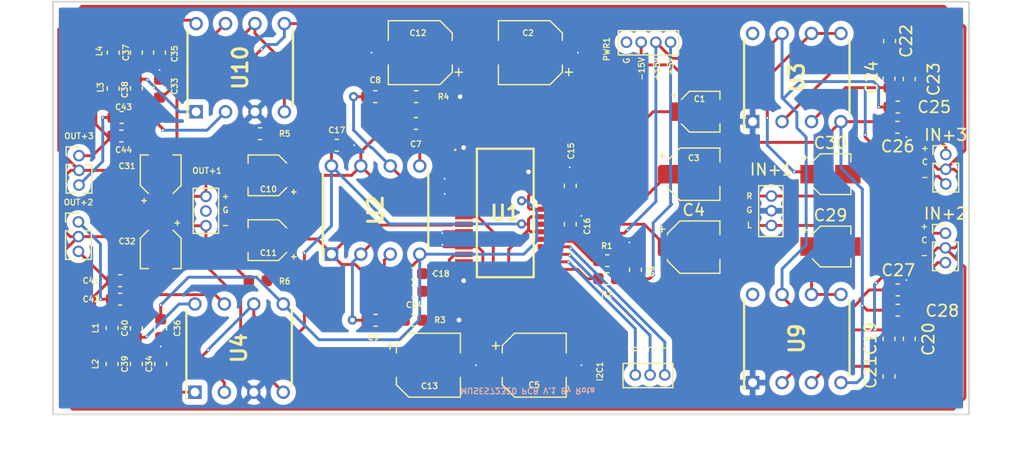
<source format=kicad_pcb>
(kicad_pcb (version 20211014) (generator pcbnew)
  (layers (0 "F.Cu" signal) (31 "B.Cu" signal) (34 "B.Paste" user) (35 "F.Paste" user) (36 "B.SilkS" user "B.Silkscreen") (37 "F.SilkS" user "F.Silkscreen") (38 "B.Mask" user) (39 "F.Mask" user) (44 "Edge.Cuts" user))
  (net 0 "")
  (net 1 "GNDPWR")
  (net 2 "Net-(C1-Pad1)")
  (net 3 "+15V")
  (net 4 "-15V")
  (net 5 "Net-(C7-Pad1)")
  (net 6 "Net-(C7-Pad2)")
  (net 7 "Net-(C8-Pad1)")
  (net 8 "Net-(C10-Pad1)")
  (net 9 "Net-(C9-Pad1)")
  (net 10 "Net-(C11-Pad1)")
  (net 11 "Net-(C10-Pad2)")
  (net 12 "Net-(C12-Pad1)")
  (net 13 "Net-(C13-Pad1)")
  (net 14 "Net-(C14-Pad1)")
  (net 15 "Net-(C14-Pad2)")
  (net 16 "Net-(R1-Pad1)")
  (net 17 "Net-(I2C1-Pad1)")
  (net 18 "Net-(DATA1-Pad1)")
  (net 19 "Net-(CLOCK1-Pad1)")
  (net 20 "Net-(C11-Pad2)")
  (net 21 "+5V")
  (net 23 "Net-(C3-Pad2)")
  (net 24 "Net-(C3-Pad1)")
  (net 25 "Net-(C4-Pad1)")
  (net 27 "Net-(C4-Pad2)")
  (net 28 "Net-(R2-Pad1)")
  (net 31 "Net-(C19-Pad1)")
  (net 32 "Net-(C21-Pad2)")
  (net 33 "Net-(C22-Pad1)")
  (net 34 "Net-(C24-Pad2)")
  (net 35 "Earth")
  (net 36 "Net-(C19-Pad2)")
  (net 37 "Net-(C22-Pad2)")
  (net 38 "Net-(C29-Pad1)")
  (net 39 "Net-(C30-Pad1)")
  (net 40 "Net-(U10-Pad4)")
  (net 41 "Net-(U4-Pad4)")
  (net 42 "Net-(U10-Pad7)")
  (net 43 "Net-(U10-Pad2)")
  (net 44 "Net-(U4-Pad2)")
  (net 45 "Net-(U4-Pad7)")
  (net 46 "Net-(U10-Pad8)")
  (net 47 "Net-(C38-Pad1)")
  (net 48 "Net-(U4-Pad1)")
  (net 49 "Net-(C40-Pad1)")
  (net 50 "Net-(L2-Pad2)")
  (net 51 "Net-(L1-Pad2)")
  (net 52 "Net-(L3-Pad2)")
  (net 53 "Net-(C31-Pad1)")
  (net 54 "Net-(C32-Pad1)")
  (net 55 "Net-(C44-Pad2)")
  (footprint "Capacitor_SMD:C_0603_1608Metric" (layer "F.Cu") (at 111.3 89.475 -90)
    (fp_text reference "C38")
    (fp_text value "10uF")
  )
  (footprint "Connector_PinHeader_1.27mm:PinHeader_1x04_P1.27mm_Vertical" (layer "F.Cu") (at 166.1 98.1925)
    (fp_text reference "IN+1")
    (fp_text value "Conn_01x04_Male")
  )
  (footprint "Capacitor_SMD:CP_Elec_4x5.3" (layer "F.Cu") (at 159.4 103.2)
    (fp_text reference "C4")
    (fp_text value "22uF")
  )
  (footprint "LIB_MUSES02:DIP762W56P254L880H425Q8N" (layer "F.Cu") (at 168.292047 111.1 90)
    (fp_text reference "U9")
    (fp_text value "1240P08-U" hide)
  )
  (footprint "Capacitor_SMD:CP_Elec_5x5.3" (layer "F.Cu") (at 135.8 86.4 180)
    (fp_text reference "C12")
    (fp_text value "100uF")
  )
  (footprint "Capacitor_SMD:C_0603_1608Metric" (layer "F.Cu") (at 109.9 107.7 180)
    (fp_text reference "C42")
    (fp_text value "100pF")
  )
  (footprint "LIB_MUSES72320V-TE2:SOP65P760X145-32N" (layer "F.Cu") (at 143.133026 100.25)
    (fp_text reference "U1")
    (fp_text value "MUSES72320V-TE2" hide)
  )
  (footprint "Capacitor_SMD:C_0603_1608Metric" (layer "F.Cu") (at 176.25 111.125 -90)
    (fp_text reference "C19")
    (fp_text value "470pF")
  )
  (footprint "Capacitor_SMD:C_0603_1608Metric" (layer "F.Cu") (at 135.2 105.5)
    (fp_text reference "C18")
    (fp_text value "0.1uF")
  )
  (footprint "Capacitor_SMD:C_0603_1608Metric" (layer "F.Cu") (at 113.3 86.39 -90)
    (fp_text reference "C35")
    (fp_text value "0.1uF")
  )
  (footprint "Capacitor_SMD:C_0603_1608Metric" (layer "F.Cu") (at 177 108.65)
    (fp_text reference "C28")
    (fp_text value "0.1uF")
  )
  (footprint "Connector_PinHeader_1.27mm:PinHeader_1x03_P1.27mm_Vertical" (layer "F.Cu") (at 181.151487 95.202033)
    (fp_text reference "IN+3")
    (fp_text value "Conn_01x04_Male")
  )
  (footprint "Capacitor_SMD:C_0603_1608Metric" (layer "F.Cu") (at 109.9 106.1 180)
    (fp_text reference "C41")
    (fp_text value "100pF")
  )
  (footprint "Capacitor_SMD:C_0603_1608Metric" (layer "F.Cu") (at 148.743026 97.9 -90)
    (fp_text reference "C15")
    (fp_text value "0.1uF")
  )
  (footprint "Capacitor_SMD:C_0603_1608Metric" (layer "F.Cu") (at 176.975 92.85)
    (fp_text reference "C26")
    (fp_text value "0.1uF")
  )
  (footprint "Capacitor_SMD:C_0603_1608Metric" (layer "F.Cu") (at 113.4 113.285 90)
    (fp_text reference "C34")
    (fp_text value "0.1uF")
  )
  (footprint "LIB_MUSES02:DIP762W56P254L880H425Q8N" (layer "F.Cu") (at 120.263865 87.7 90)
    (fp_text reference "U10")
    (fp_text value "that1646" hide)
  )
  (footprint "Capacitor_SMD:C_0603_1608Metric" (layer "F.Cu") (at 109.2 113.3 90)
    (fp_text reference "L2")
    (fp_text value "L_Ferrite")
  )
  (footprint "Capacitor_SMD:C_0603_1608Metric" (layer "F.Cu") (at 135.443026 90.2 180)
    (fp_text reference "R4")
    (fp_text value "470K")
  )
  (footprint "Capacitor_SMD:C_0603_1608Metric" (layer "F.Cu") (at 151.937285 105.93)
    (fp_text reference "R2")
    (fp_text value "10K")
  )
  (footprint "LIB_MUSES02:DIP762W56P254L880H425Q8N" (layer "F.Cu") (at 120.164674 111.924229 90)
    (fp_text reference "U4")
    (fp_text value "that1646" hide)
  )
  (footprint "Capacitor_SMD:CP_Elec_5x5.3" (layer "F.Cu") (at 136.5 113.4)
    (fp_text reference "C13")
    (fp_text value "100uF")
  )
  (footprint "Capacitor_SMD:C_0603_1608Metric" (layer "F.Cu") (at 148.743026 101.225 -90)
    (fp_text reference "C16")
    (fp_text value "0.1uF")
  )
  (footprint "Capacitor_SMD:CP_Elec_5x5.3" (layer "F.Cu") (at 145.632843 113.4)
    (fp_text reference "C5")
    (fp_text value "100uF")
  )
  (footprint "Capacitor_SMD:C_0603_1608Metric" (layer "F.Cu") (at 111.3 86.4 -90)
    (fp_text reference "C37")
    (fp_text value "10uF")
  )
  (footprint "Capacitor_SMD:C_0603_1608Metric" (layer "F.Cu") (at 131.918026 90.2)
    (fp_text reference "C8")
    (fp_text value "10pF")
  )
  (footprint "Capacitor_SMD:C_0603_1608Metric" (layer "F.Cu") (at 111.3 110.215 90)
    (fp_text reference "C40")
    (fp_text value "10uF")
  )
  (footprint "Capacitor_SMD:C_0603_1608Metric" (layer "F.Cu") (at 109.3 89.5 -90)
    (fp_text reference "L3")
    (fp_text value "L_Ferrite")
  )
  (footprint "Connector_PinHeader_1.27mm:PinHeader_1x03_P1.27mm_Vertical" (layer "F.Cu") (at 106.35 95.3)
    (fp_text reference "OUT+3")
    (fp_text value "Conn_01x04_Male")
  )
  (footprint "Capacitor_SMD:C_0603_1608Metric" (layer "F.Cu") (at 151.937285 104.37)
    (fp_text reference "R1")
    (fp_text value "10K")
  )
  (footprint "Capacitor_SMD:C_0603_1608Metric" (layer "F.Cu") (at 135.223026 109.52)
    (fp_text reference "R3")
    (fp_text value "470K")
  )
  (footprint "Capacitor_SMD:CP_Elec_3x5.4" (layer "F.Cu") (at 122.7 102.6 180)
    (fp_text reference "C11")
    (fp_text value "10uF")
  )
  (footprint "Capacitor_SMD:C_0603_1608Metric" (layer "F.Cu") (at 110.025 92 180)
    (fp_text reference "C43")
    (fp_text value "100pF")
  )
  (footprint "Capacitor_SMD:C_0603_1608Metric" (layer "F.Cu") (at 109.2 110.19 90)
    (fp_text reference "L1")
    (fp_text value "L_Ferrite")
  )
  (footprint "Capacitor_SMD:C_0603_1608Metric" (layer "F.Cu") (at 113.4 110.21 -90)
    (fp_text reference "C36")
    (fp_text value "0.1uF")
  )
  (footprint "Capacitor_SMD:C_0603_1608Metric" (layer "F.Cu") (at 111.3 113.3 90)
    (fp_text reference "C39")
    (fp_text value "10uF")
  )
  (footprint "Connector_PinHeader_1.27mm:PinHeader_1x04_P1.27mm_Vertical" (layer "F.Cu") (at 153.59 85.5 90)
    (fp_text reference "PWR1")
    (fp_text value "PWR")
  )
  (footprint "Connector_PinHeader_1.27mm:PinHeader_1x03_P1.27mm_Vertical" (layer "F.Cu") (at 106.3 101.025)
    (fp_text reference "OUT+2")
    (fp_text value "Conn_01x04_Male")
  )
  (footprint "Capacitor_SMD:C_0603_1608Metric" (layer "F.Cu") (at 176.25 88.65 -90)
    (fp_text reference "C24")
    (fp_text value "470pF")
  )
  (footprint "Capacitor_SMD:C_0603_1608Metric" (layer "F.Cu") (at 121.775 106.1)
    (fp_text reference "R6")
    (fp_text value "47R")
  )
  (footprint "Capacitor_SMD:C_0603_1608Metric" (layer "F.Cu") (at 135.423026 92.52 180)
    (fp_text reference "C7")
    (fp_text value "10uF")
  )
  (footprint "Connector_PinHeader_1.27mm:PinHeader_1x03_P1.27mm_Vertical" (layer "F.Cu") (at 181.118332 102)
    (fp_text reference "IN+2")
    (fp_text value "Conn_01x04_Male")
  )
  (footprint "Capacitor_SMD:CP_Elec_3x5.3" (layer "F.Cu") (at 171.2 96.9)
    (fp_text reference "C30")
    (fp_text value "100uF")
  )
  (footprint "Capacitor_SMD:CP_Elec_3x5.3" (layer "F.Cu") (at 171.2 103.15)
    (fp_text reference "C29")
    (fp_text value "100uF")
  )
  (footprint "Capacitor_SMD:CP_Elec_3x5.3" (layer "F.Cu") (at 159.9 91.5)
    (fp_text reference "C1")
    (fp_text value "10uF")
  )
  (footprint "Connector_PinHeader_1.27mm:PinHeader_1x04_P1.27mm_Vertical" (layer "F.Cu") (at 117.3 98.815)
    (fp_text reference "OUT+1")
    (fp_text value "Conn_01x04_Male")
  )
  (footprint "Capacitor_SMD:C_0603_1608Metric" (layer "F.Cu") (at 177 91.1)
    (fp_text reference "C25")
    (fp_text value "0.1uF")
  )
  (footprint "Capacitor_SMD:C_0603_1608Metric" (layer "F.Cu") (at 109.3 86.4 -90)
    (fp_text reference "L4")
    (fp_text value "L_Ferrite")
  )
  (footprint "Capacitor_SMD:C_0603_1608Metric" (layer "F.Cu") (at 178 88.675 90)
    (fp_text reference "C23")
    (fp_text value "47pF")
  )
  (footprint "Capacitor_SMD:CP_Elec_3x5.4" (layer "F.Cu") (at 122.7 97 180)
    (fp_text reference "C10")
    (fp_text value "10uF")
  )
  (footprint "Capacitor_SMD:C_0603_1608Metric" (layer "F.Cu") (at 128.6 94.4 180)
    (fp_text reference "C17")
    (fp_text value "0.1uF")
  )
  (footprint "Capacitor_SMD:C_0603_1608Metric" (layer "F.Cu") (at 121.975 93.4)
    (fp_text reference "R5")
    (fp_text value "47R")
  )
  (footprint "Capacitor_SMD:C_0603_1608Metric" (layer "F.Cu") (at 178 111.125 -90)
    (fp_text reference "C20")
    (fp_text value "47pF")
  )
  (footprint "Capacitor_SMD:C_0603_1608Metric" (layer "F.Cu") (at 135.223026 107.02 180)
    (fp_text reference "C14")
    (fp_text value "10uF")
  )
  (footprint "Capacitor_SMD:C_0603_1608Metric" (layer "F.Cu") (at 131.948026 109.52)
    (fp_text reference "C9")
    (fp_text value "10pF")
  )
  (footprint "Capacitor_SMD:C_0603_1608Metric" (layer "F.Cu") (at 110 93.6 180)
    (fp_text reference "C44")
    (fp_text value "100pF")
  )
  (footprint "Capacitor_SMD:C_0603_1608Metric" (layer "F.Cu") (at 176.25 114.375 -90)
    (fp_text reference "C21")
    (fp_text value "470pF")
  )
  (footprint "Capacitor_SMD:C_0603_1608Metric" (layer "F.Cu") (at 113.3 89.5 90)
    (fp_text reference "C33")
    (fp_text value "0.1uF")
  )
  (footprint "Capacitor_SMD:C_0603_1608Metric" (layer "F.Cu") (at 154.367285 105.16 -90)
    (fp_text reference "C6")
    (fp_text value "1uF")
  )
  (footprint "LIB_MUSES02:DIP762W56P254L880H425Q8N" (layer "F.Cu") (at 131.943026 100 90)
    (fp_text reference "U2")
    (fp_text value "MUSES02" hide)
  )
  (footprint "Capacitor_SMD:CP_Elec_4x5.3" (layer "F.Cu") (at 159.4 96.9)
    (fp_text reference "C3")
    (fp_text value "22uF")
  )
  (footprint "Connector_PinHeader_1.27mm:PinHeader_1x04_P1.27mm_Vertical" (layer "F.Cu") (at 156.9 114.242355 -90)
    (fp_text reference "I2C1")
    (fp_text value "Conn_01x04_Male")
  )
  (footprint "LIB_MUSES02:DIP762W56P254L880H425Q8N" (layer "F.Cu") (at 168.292047 88.55 90)
    (fp_text reference "U3")
    (fp_text value "1240P08-U" hide)
  )
  (footprint "Capacitor_SMD:C_0603_1608Metric" (layer "F.Cu") (at 177 106.9)
    (fp_text reference "C27")
    (fp_text value "0.1uF")
  )
  (footprint "Capacitor_SMD:C_0603_1608Metric" (layer "F.Cu") (at 176.3 85.4 -90)
    (fp_text reference "C22")
    (fp_text value "470pF")
  )
  (footprint "Capacitor_SMD:CP_Elec_3x5.4" (layer "F.Cu") (at 113.4 97 90)
    (fp_text reference "C31")
    (fp_text value "10uF")
  )
  (footprint "Capacitor_SMD:CP_Elec_3x5.4" (layer "F.Cu") (at 113.4 103.3 -90)
    (fp_text reference "C32")
    (fp_text value "10uF")
  )
  (footprint "Capacitor_SMD:CP_Elec_5x5.3" (layer "F.Cu") (at 145.3 86.4 180)
    (fp_text reference "C2")
    (fp_text value "100uF")
  )
  (gr_rect (start 104.1 82) (end 183.15 117.65) (layer "Edge.Cuts") (width 0.15) (fill none))
  (gr_text "MUSES72320 PCB V.1 By Rota\n" (at 139.2 115.6 180) (layer "B.SilkS") (effects (font (size 0.5 0.5) (thickness 0.1)) (justify left mirror)))
  (gr_text "-\n" (at 179.3 103.9) (layer "F.SilkS") (effects (font (size 0.5 0.5) (thickness 0.1))))
  (gr_text "G\n" (at 153.6 87.1 90) (layer "F.SilkS") (effects (font (size 0.5 0.5) (thickness 0.1))))
  (gr_text "G\n" (at 119 100) (layer "F.SilkS") (effects (font (size 0.5 0.5) (thickness 0.1))))
  (gr_text "+" (at 119 98.8) (layer "F.SilkS") (effects (font (size 0.5 0.5) (thickness 0.1))))
  (gr_text "C\n" (at 179.3 102.6) (layer "F.SilkS") (effects (font (size 0.5 0.5) (thickness 0.1))))
  (gr_text "-15V\n" (at 154.9 87.8 90) (layer "F.SilkS") (effects (font (size 0.5 0.5) (thickness 0.1))))
  (gr_text "-\n" (at 119 101.3) (layer "F.SilkS") (effects (font (size 0.5 0.5) (thickness 0.1))))
  (gr_text "L\n" (at 156.9 112 270) (layer "F.SilkS") (effects (font (size 0.5 0.5) (thickness 0.1))))
  (gr_text "R\n" (at 164.2 98.8) (layer "F.SilkS") (effects (font (size 0.5 0.5) (thickness 0.1))))
  (gr_text "+" (at 179.35 94.65) (layer "F.SilkS") (effects (font (size 0.5 0.5) (thickness 0.1))))
  (gr_text "D\n" (at 154.3 112 270) (layer "F.SilkS") (effects (font (size 0.5 0.5) (thickness 0.1))))
  (gr_text "-\n" (at 179.35 97.15) (layer "F.SilkS") (effects (font (size 0.5 0.5) (thickness 0.1))))
  (gr_text "+15V\n" (at 156.2 87.8 90) (layer "F.SilkS") (effects (font (size 0.5 0.5) (thickness 0.1))))
  (gr_text "+" (at 179.3 101.4) (layer "F.SilkS") (effects (font (size 0.5 0.5) (thickness 0.1))))
  (gr_text "C\n" (at 155.7 112 270) (layer "F.SilkS") (effects (font (size 0.5 0.5) (thickness 0.1))))
  (gr_text "L" (at 164.2 101.3) (layer "F.SilkS") (effects (font (size 0.5 0.5) (thickness 0.1))))
  (gr_text "C" (at 179.35 95.85) (layer "F.SilkS") (effects (font (size 0.5 0.5) (thickness 0.1))))
  (gr_text "G\n" (at 164.2 100) (layer "F.SilkS") (effects (font (size 0.5 0.5) (thickness 0.1))))
  (gr_text "+5V\n\n" (at 157.8 87.6 90) (layer "F.SilkS") (effects (font (size 0.5 0.5) (thickness 0.1))))
  (segment (start 148.743026 96.343026) (end 148.7 96.3) (width 0.25) (layer "F.Cu") (net 1))
  (segment (start 177.775 106.075) (end 177.75 106.05) (width 0.25) (layer "F.Cu") (net 1))
  (segment (start 139.571026 95.375) (end 139.571026 94.628) (width 0.25) (layer "F.Cu") (net 1))
  (segment (start 141.2 103.6) (end 141.2 104.6) (width 0.25) (layer "F.Cu") (net 1))
  (segment (start 139.571026 94.628) (end 139.543026 94.6) (width 0.25) (layer "F.Cu") (net 1))
  (segment (start 146.695026 97.325) (end 148.543026 97.325) (width 0.25) (layer "F.Cu") (net 1))
  (segment (start 139.646026 105.2) (end 139.571026 105.125) (width 0.25) (layer "F.Cu") (net 1))
  (segment (start 136.218026 90.2) (end 138.098026 90.2) (width 0.25) (layer "F.Cu") (net 1))
  (segment (start 177.775 106.9) (end 177.775 108.65) (width 0.25) (layer "F.Cu") (net 1))
  (segment (start 140.6 105.2) (end 139.646026 105.2) (width 0.25) (layer "F.Cu") (net 1))
  (segment (start 135.998026 109.52) (end 137.898026 109.52) (width 0.25) (layer "F.Cu") (net 1))
  (segment (start 139.571026 98.625) (end 137.925 98.625) (width 0.25) (layer "F.Cu") (net 1))
  (segment (start 139.571026 96.025) (end 139.571026 95.375) (width 0.25) (layer "F.Cu") (net 1))
  (segment (start 139.571026 97.325) (end 137.925 97.325) (width 0.25) (layer "F.Cu") (net 1))
  (segment (start 149.65 100.45) (end 149.7 100.5) (width 0.25) (layer "F.Cu") (net 1))
  (segment (start 148.543026 97.325) (end 148.743026 97.125) (width 0.25) (layer "F.Cu") (net 1))
  (segment (start 148.743026 97.125) (end 148.743026 96.343026) (width 0.25) (layer "F.Cu") (net 1))
  (segment (start 177.775 106.9) (end 177.775 106.075) (width 0.25) (layer "F.Cu") (net 1))
  (segment (start 137.825 101.875) (end 137.7 102) (width 0.25) (layer "F.Cu") (net 1))
  (segment (start 138.098026 90.2) (end 138.123026 90.225) (width 0.25) (layer "F.Cu") (net 1))
  (segment (start 177.75 91.125) (end 177.775 91.1) (width 0.25) (layer "F.Cu") (net 1))
  (segment (start 138.123026 90.225) (end 139.218026 90.225) (width 0.25) (layer "F.Cu") (net 1))
  (segment (start 113.4 111.785) (end 113.4 112.51) (width 0.25) (layer "F.Cu") (net 1))
  (segment (start 138.7 113.4) (end 140.6 113.4) (width 0.25) (layer "F.Cu") (net 1))
  (segment (start 152.712285 104.37) (end 152.712285 103.925) (width 0.25) (layer "F.Cu") (net 1))
  (segment (start 139.571026 105.125) (end 139.571026 104.475) (width 0.25) (layer "F.Cu") (net 1))
  (segment (start 137.7 103) (end 137.875 103.175) (width 0.25) (layer "F.Cu") (net 1))
  (segment (start 146.695026 95.375) (end 146.695026 96.025) (width 0.25) (layer "F.Cu") (net 1))
  (segment (start 113.3 87.9) (end 113.3 88.725) (width 0.25) (layer "F.Cu") (net 1))
  (segment (start 139.098026 109.545) (end 139.143026 109.5) (width 0.25) (layer "F.Cu") (net 1))
  (segment (start 177.75 92.85) (end 177.75 91.125) (width 0.25) (layer "F.Cu") (net 1))
  (segment (start 152.712285 104.37) (end 154.352285 104.37) (width 0.25) (layer "F.Cu") (net 1))
  (segment (start 147.5 86.4) (end 149.4 86.4) (width 0.25) (layer "F.Cu") (net 1))
  (segment (start 145.168026 96.675) (end 145.143026 96.7) (width 0.25) (layer "F.Cu") (net 1))
  (segment (start 137.925 97.325) (end 137.9 97.3) (width 0.25) (layer "F.Cu") (net 1))
  (segment (start 140.775 103.175) (end 141.2 103.6) (width 0.25) (layer "F.Cu") (net 1))
  (segment (start 133.6 86.4) (end 131.6 86.4) (width 0.25) (layer "F.Cu") (net 1))
  (segment (start 137.923026 109.545) (end 139.098026 109.545) (width 0.25) (layer "F.Cu") (net 1))
  (segment (start 139.571026 103.175) (end 140.775 103.175) (width 0.25) (layer "F.Cu") (net 1))
  (segment (start 137.898026 109.52) (end 137.923026 109.545) (width 0.25) (layer "F.Cu") (net 1))
  (segment (start 139.218026 90.225) (end 139.243026 90.2) (width 0.25) (layer "F.Cu") (net 1))
  (segment (start 113.3 87.165) (end 113.3 87.9) (width 0.25) (layer "F.Cu") (net 1))
  (segment (start 139.571026 105.125) (end 139.571026 106.072) (width 0.25) (layer "F.Cu") (net 1))
  (segment (start 177.75 92.85) (end 177.75 93.7) (width 0.25) (layer "F.Cu") (net 1))
  (segment (start 148.743026 100.45) (end 149.65 100.45) (width 0.25) (layer "F.Cu") (net 1))
  (segment (start 154.352285 104.37) (end 154.367285 104.385) (width 0.25) (layer "F.Cu") (net 1))
  (segment (start 137.875 103.175) (end 139.571026 103.175) (width 0.25) (layer "F.Cu") (net 1))
  (segment (start 152.712285 103.925) (end 153.837285 102.8) (width 0.25) (layer "F.Cu") (net 1))
  (segment (start 129.375 94.4) (end 130.1 94.4) (width 0.25) (layer "F.Cu") (net 1))
  (segment (start 141.2 104.6) (end 140.6 105.2) (width 0.25) (layer "F.Cu") (net 1))
  (segment (start 135.975 105.5) (end 136.9 105.5) (width 0.25) (layer "F.Cu") (net 1))
  (segment (start 147.832843 113.4) (end 149.7 113.4) (width 0.25) (layer "F.Cu") (net 1))
  (segment (start 139.571026 101.875) (end 137.825 101.875) (width 0.25) (layer "F.Cu") (net 1))
  (segment (start 113.4 110.985) (end 113.4 111.785) (width 0.25) (layer "F.Cu") (net 1))
  (segment (start 139.571026 106.072) (end 139.543026 106.1) (width 0.25) (layer "F.Cu") (net 1))
  (segment (start 137.925 98.625) (end 137.9 98.6) (width 0.25) (layer "F.Cu") (net 1))
  (segment (start 146.695026 96.025) (end 146.695026 97.325) (width 0.25) (layer "F.Cu") (net 1))
  (segment (start 146.695026 96.675) (end 145.168026 96.675) (width 0.25) (layer "F.Cu") (net 1))
  (via (at 145.143026 96.7) (size 0.8) (drill 0.4) (layers "F.Cu" "B.Cu") (net 1))
  (via (at 149.7 113.4) (size 0.3) (drill 0.15) (layers "F.Cu" "B.Cu") (net 1))
  (via (at 153.837285 102.8) (size 0.3) (drill 0.15) (layers "F.Cu" "B.Cu") (net 1))
  (via (at 177.75 93.7) (size 0.3) (drill 0.15) (layers "F.Cu" "B.Cu") (net 1))
  (via (at 137.7 102) (size 0.3) (drill 0.15) (layers "F.Cu" "B.Cu") (net 1))
  (via (at 139.143026 109.5) (size 0.8) (drill 0.4) (layers "F.Cu" "B.Cu") (net 1))
  (via (at 139.543026 106.1) (size 0.8) (drill 0.4) (layers "F.Cu" "B.Cu") (net 1))
  (via (at 137.9 97.3) (size 0.3) (drill 0.15) (layers "F.Cu" "B.Cu") (net 1))
  (via (at 149.4 86.4) (size 0.3) (drill 0.15) (layers "F.Cu" "B.Cu") (net 1))
  (via (at 140.6 113.4) (size 0.3) (drill 0.15) (layers "F.Cu" "B.Cu") (net 1))
  (via (at 113.4 111.785) (size 0.3) (drill 0.15) (layers "F.Cu" "B.Cu") (net 1))
  (via (at 149.7 100.5) (size 0.3) (drill 0.15) (layers "F.Cu" "B.Cu") (net 1))
  (via (at 139.243026 90.2) (size 0.8) (drill 0.4) (layers "F.Cu" "B.Cu") (net 1))
  (via (at 130.1 94.4) (size 0.3) (drill 0.15) (layers "F.Cu" "B.Cu") (net 1))
  (via (at 139.543026 94.6) (size 0.8) (drill 0.4) (layers "F.Cu" "B.Cu") (net 1))
  (via (at 137.9 98.6) (size 0.3) (drill 0.15) (layers "F.Cu" "B.Cu") (net 1))
  (via (at 148.7 96.3) (size 0.3) (drill 0.15) (layers "F.Cu" "B.Cu") (net 1))
  (via (at 137.7 103) (size 0.3) (drill 0.15) (layers "F.Cu" "B.Cu") (net 1))
  (via (at 131.6 86.4) (size 0.3) (drill 0.15) (layers "F.Cu" "B.Cu") (net 1))
  (via (at 113.3 87.9) (size 0.3) (drill 0.15) (layers "F.Cu" "B.Cu") (net 1))
  (via (at 136.9 105.5) (size 0.3) (drill 0.15) (layers "F.Cu" "B.Cu") (net 1))
  (via (at 177.75 106.05) (size 0.3) (drill 0.15) (layers "F.Cu" "B.Cu") (net 1))
  (segment (start 154.7 92.7) (end 155.9 91.5) (width 0.25) (layer "F.Cu") (net 2))
  (segment (start 154.7 93.9) (end 154.7 92.7) (width 0.25) (layer "F.Cu") (net 2))
  (segment (start 155.9 91.5) (end 158 91.5) (width 0.25) (layer "F.Cu") (net 2))
  (segment (start 146.695026 97.975) (end 150.625 97.975) (width 0.25) (layer "F.Cu") (net 2))
  (segment (start 150.625 97.975) (end 154.7 93.9) (width 0.25) (layer "F.Cu") (net 2))
  (segment (start 121.533865 84.733865) (end 121.533865 83.89) (width 0.25) (layer "F.Cu") (net 3))
  (segment (start 176.225 91.1) (end 175.35 91.1) (width 0.25) (layer "F.Cu") (net 3))
  (segment (start 148.743026 102) (end 153.4 102) (width 0.25) (layer "F.Cu") (net 3))
  (segment (start 114.815 85.615) (end 115.2 86) (width 0.25) (layer "F.Cu") (net 3))
  (segment (start 173.763603 107.8) (end 172.863603 108.7) (width 0.25) (layer "F.Cu") (net 3))
  (segment (start 125.3 110.6) (end 125.8 110.1) (width 0.25) (layer "F.Cu") (net 3))
  (segment (start 157.53 86.9) (end 156.13 85.5) (width 0.25) (layer "F.Cu") (net 3))
  (segment (start 172.863603 108.7) (end 168.25 108.7) (width 0.25) (layer "F.Cu") (net 3))
  (segment (start 153.4 102) (end 153.7 101.7) (width 0.25) (layer "F.Cu") (net 3))
  (segment (start 145.143026 101.7) (end 145.143026 101.2) (width 0.25) (layer "F.Cu") (net 3))
  (segment (start 119.523865 85.9) (end 121.533865 83.89) (width 0.25) (layer "F.Cu") (net 3))
  (segment (start 125.8 110.1) (end 125.8 103.7) (width 0.25) (layer "F.Cu") (net 3))
  (segment (start 145.143026 101.2) (end 145.143026 100.8) (width 0.25) (layer "F.Cu") (net 3))
  (segment (start 164.862047 86.9) (end 157.53 86.9) (width 0.25) (layer "F.Cu") (net 3))
  (segment (start 115.8 113.8) (end 117.5 112.1) (width 0.25) (layer "F.Cu") (net 3))
  (segment (start 143.432843 103.410183) (end 145.143026 101.7) (width 0.25) (layer "F.Cu") (net 3))
  (segment (start 121.434674 108.114229) (end 121.434674 109.134674) (width 0.25) (layer "F.Cu") (net 3))
  (segment (start 128.133026 94.708026) (end 127.825 94.4) (width 0.25) (layer "F.Cu") (net 3))
  (segment (start 119.1 86) (end 119.2 85.9) (width 0.25) (layer "F.Cu") (net 3))
  (segment (start 145.143026 100.8) (end 145.368026 100.575) (width 0.25) (layer "F.Cu") (net 3))
  (segment (start 143.432843 113.4) (end 143.432843 103.410183) (width 0.25) (layer "F.Cu") (net 3))
  (segment (start 176.225 106.9) (end 174.55 106.9) (width 0.25) (layer "F.Cu") (net 3))
  (segment (start 115.2 86) (end 119.1 86) (width 0.25) (layer "F.Cu") (net 3))
  (segment (start 113.775 113.8) (end 115.8 113.8) (width 0.25) (layer "F.Cu") (net 3))
  (segment (start 146.695026 101.875) (end 145.318026 101.875) (width 0.25) (layer "F.Cu") (net 3))
  (segment (start 145.368026 100.575) (end 146.695026 100.575) (width 0.25) (layer "F.Cu") (net 3))
  (segment (start 148.618026 101.875) (end 148.743026 102) (width 0.25) (layer "F.Cu") (net 3))
  (segment (start 113.3 85.615) (end 114.815 85.615) (width 0.25) (layer "F.Cu") (net 3))
  (segment (start 168.25 108.7) (end 167.022047 107.472047) (width 0.25) (layer "F.Cu") (net 3))
  (segment (start 122.9 110.6) (end 125.3 110.6) (width 0.25) (layer "F.Cu") (net 3))
  (segment (start 119.2 85.9) (end 119.523865 85.9) (width 0.25) (layer "F.Cu") (net 3))
  (segment (start 121.434674 109.134674) (end 122.9 110.6) (width 0.25) (layer "F.Cu") (net 3))
  (segment (start 174.55 106.9) (end 173.763603 107.686397) (width 0.25) (layer "F.Cu") (net 3))
  (segment (start 145.318026 101.875) (end 145.143026 101.7) (width 0.25) (layer "F.Cu") (net 3))
  (segment (start 167.022047 84.74) (end 164.862047 86.9) (width 0.25) (layer "F.Cu") (net 3))
  (segment (start 145.143026 101.2) (end 144.543026 101.2) (width 0.25) (layer "F.Cu") (net 3))
  (segment (start 173.763603 107.686397) (end 173.763603 107.8) (width 0.25) (layer "F.Cu") (net 3))
  (segment (start 127.825 94.4) (end 127.825 91.025) (width 0.25) (layer "F.Cu") (net 3))
  (segment (start 127.825 91.025) (end 121.533865 84.733865) (width 0.25) (layer "F.Cu") (net 3))
  (segment (start 146.695026 101.875) (end 148.618026 101.875) (width 0.25) (layer "F.Cu") (net 3))
  (segment (start 113.515 114.06) (end 113.775 113.8) (width 0.25) (layer "F.Cu") (net 3))
  (segment (start 128.133026 96.19) (end 128.133026 94.708026) (width 0.25) (layer "F.Cu") (net 3))
  (via (at 117.5 112.1) (size 0.3) (drill 0.15) (layers "F.Cu" "B.Cu") (net 3))
  (via (at 144.543026 101.2) (size 0.8) (drill 0.4) (layers "F.Cu" "B.Cu") (net 3))
  (via (at 125.8 103.7) (size 0.3) (drill 0.15) (layers "F.Cu" "B.Cu") (net 3))
  (via (at 175.35 91.1) (size 0.3) (drill 0.15) (layers "F.Cu" "B.Cu") (net 3))
  (via (at 153.7 101.7) (size 0.3) (drill 0.15) (layers "F.Cu" "B.Cu") (net 3))
  (segment (start 117.5 112.1) (end 117.5 112.048903) (width 0.25) (layer "B.Cu") (net 3))
  (segment (start 174.9 88.9) (end 168.6 88.9) (width 0.25) (layer "B.Cu") (net 3))
  (segment (start 156.13 99.27) (end 156.13 85.5) (width 0.25) (layer "B.Cu") (net 3))
  (segment (start 167.112622 90.387378) (end 168.3 91.574756) (width 0.25) (layer "B.Cu") (net 3))
  (segment (start 133.143026 101.2) (end 128.133026 96.19) (width 0.25) (layer "B.Cu") (net 3))
  (segment (start 167.022047 106.027953) (end 167.022047 107.29) (width 0.25) (layer "B.Cu") (net 3))
  (segment (start 168.3 92.9) (end 169.1 93.7) (width 0.25) (layer "B.Cu") (net 3))
  (segment (start 117.5 112.048903) (end 121.434674 108.114229) (width 0.25) (layer "B.Cu") (net 3))
  (segment (start 167.022047 105.077953) (end 167.022047 106.027953) (width 0.25) (layer "B.Cu") (net 3))
  (segment (start 144.543026 101.2) (end 133.143026 101.2) (width 0.25) (layer "B.Cu") (net 3))
  (segment (start 153.7 101.7) (end 156.13 99.27) (width 0.25) (layer "B.Cu") (net 3))
  (segment (start 175.35 91.1) (end 175.35 89.35) (width 0.25) (layer "B.Cu") (net 3))
  (segment (start 168.3 91.574756) (end 168.3 92.9) (width 0.25) (layer "B.Cu") (net 3))
  (segment (start 168.6 88.9) (end 167.112622 90.387378) (width 0.25) (layer "B.Cu") (net 3))
  (segment (start 169.1 103) (end 167.022047 105.077953) (width 0.25) (layer "B.Cu") (net 3))
  (segment (start 175.35 89.35) (end 174.9 88.9) (width 0.25) (layer "B.Cu") (net 3))
  (segment (start 128.133026 101.366974) (end 128.133026 96.19) (width 0.25) (layer "B.Cu") (net 3))
  (segment (start 167.022047 90.296803) (end 167.112622 90.387378) (width 0.25) (layer "B.Cu") (net 3))
  (segment (start 169.1 93.7) (end 169.1 103) (width 0.25) (layer "B.Cu") (net 3))
  (segment (start 167.022047 84.74) (end 167.022047 90.296803) (width 0.25) (layer "B.Cu") (net 3))
  (segment (start 125.8 103.7) (end 128.133026 101.366974) (width 0.25) (layer "B.Cu") (net 3))
  (segment (start 176.225 108.65) (end 174.35 108.65) (width 0.25) (layer "F.Cu") (net 4))
  (segment (start 145.143026 98.8) (end 145.318026 98.625) (width 0.25) (layer "F.Cu") (net 4))
  (segment (start 154.86 87.54) (end 154 88.4) (width 0.25) (layer "F.Cu") (net 4))
  (segment (start 157.56 87.46) (end 154.86 87.46) (width 0.25) (layer "F.Cu") (net 4))
  (segment (start 144.2 97.506974) (end 145.318026 98.625) (width 0.25) (layer "F.Cu") (net 4))
  (segment (start 146.695026 98.625) (end 148.693026 98.625) (width 0.25) (layer "F.Cu") (net 4))
  (segment (start 119.5 87.2) (end 121 87.2) (width 0.25) (layer "F.Cu") (net 4))
  (segment (start 135.753026 103.81) (end 135.753026 104.171974) (width 0.25) (layer "F.Cu") (net 4))
  (segment (start 154.86 85.5) (end 154.86 87.46) (width 0.25) (layer "F.Cu") (net 4))
  (segment (start 144.2 90.8) (end 144.2 97.506974) (width 0.25) (layer "F.Cu") (net 4))
  (segment (start 145.318026 98.625) (end 146.695026 98.625) (width 0.25) (layer "F.Cu") (net 4))
  (segment (start 113.525 90.275) (end 116.2 87.6) (width 0.25) (layer "F.Cu") (net 4))
  (segment (start 113.3 90.275) (end 113.525 90.275) (width 0.25) (layer "F.Cu") (net 4))
  (segment (start 116.2 87.6) (end 116.6 87.2) (width 0.25) (layer "F.Cu") (net 4))
  (segment (start 143.1 86.4) (end 140.59 83.89) (width 0.25) (layer "F.Cu") (net 4))
  (segment (start 145.143026 99.2) (end 145.143026 98.8) (width 0.25) (layer "F.Cu") (net 4))
  (segment (start 145.268026 99.925) (end 145.143026 99.8) (width 0.25) (layer "F.Cu") (net 4))
  (segment (start 161.6 91.5) (end 157.56 87.46) (width 0.25) (layer "F.Cu") (net 4))
  (segment (start 161.4 92.55) (end 163 94.15) (width 0.25) (layer "F.Cu") (net 4))
  (segment (start 176.2 92.85) (end 175.71 92.36) (width 0.25) (layer "F.Cu") (net 4))
  (segment (start 116.6 87.2) (end 119.5 87.2) (width 0.25) (layer "F.Cu") (net 4))
  (segment (start 154.86 87.46) (end 154.86 87.54) (width 0.25) (layer "F.Cu") (net 4))
  (segment (start 135.753026 104.171974) (end 134.425 105.5) (width 0.25) (layer "F.Cu") (net 4))
  (segment (start 145.143026 99.8) (end 145.143026 99.2) (width 0.25) (layer "F.Cu") (net 4))
  (segment (start 121 87.2) (end 121.9 86.3) (width 0.25) (layer "F.Cu") (net 4))
  (segment (start 140.59 83.89) (end 124.073865 83.89) (width 0.25) (layer "F.Cu") (net 4))
  (segment (start 152.692285 89.707715) (end 154 88.4) (width 0.25) (layer "F.Cu") (net 4))
  (segment (start 143.1 87.6) (end 145.207715 89.707715) (width 0.25) (layer "F.Cu") (net 4))
  (segment (start 113.4 109.435) (end 113.4 108.2) (width 0.25) (layer "F.Cu") (net 4))
  (segment (start 145.207715 89.707715) (end 145.207715 89.792285) (width 0.25) (layer "F.Cu") (net 4))
  (segment (start 148.693026 98.625) (end 148.743026 98.675) (width 0.25) (layer "F.Cu") (net 4))
  (segment (start 143.1 86.4) (end 143.1 87.6) (width 0.25) (layer "F.Cu") (net 4))
  (segment (start 145.207715 89.707715) (end 152.692285 89.707715) (width 0.25) (layer "F.Cu") (net 4))
  (segment (start 161.4 91.5) (end 161.4 92.55) (width 0.25) (layer "F.Cu") (net 4))
  (segment (start 163 94.15) (end 170.312047 94.15) (width 0.25) (layer "F.Cu") (net 4))
  (segment (start 146.695026 99.925) (end 145.268026 99.925) (width 0.25) (layer "F.Cu") (net 4))
  (segment (start 175.71 92.36) (end 172.102047 92.36) (width 0.25) (layer "F.Cu") (net 4))
  (segment (start 170.312047 94.15) (end 172.102047 92.36) (width 0.25) (layer "F.Cu") (net 4))
  (segment (start 174.35 108.65) (end 173.95 108.25) (width 0.25) (layer "F.Cu") (net 4))
  (segment (start 145.143026 99.2) (end 144.543026 99.2) (width 0.25) (layer "F.Cu") (net 4))
  (segment (start 121.9 86.3) (end 122.1 86.1) (width 0.25) (layer "F.Cu") (net 4))
  (segment (start 145.207715 89.792285) (end 144.2 90.8) (width 0.25) (layer "F.Cu") (net 4))
  (via (at 122.1 86.1) (size 0.3) (drill 0.15) (layers "F.Cu" "B.Cu") (net 4))
  (via (at 173.95 108.25) (size 0.3) (drill 0.15) (layers "F.Cu" "B.Cu") (net 4))
  (via (at 144.543026 99.2) (size 0.8) (drill 0.4) (layers "F.Cu" "B.Cu") (net 4))
  (via (at 113.4 108.2) (size 0.3) (drill 0.15) (layers "F.Cu" "B.Cu") (net 4))
  (segment (start 144.733026 103.81) (end 135.753026 103.81) (width 0.25) (layer "B.Cu") (net 4))
  (segment (start 135.753026 109.446974) (end 135.753026 103.81) (width 0.25) (layer "B.Cu") (net 4))
  (segment (start 173.95 108.25) (end 173.95 114.45) (width 0.25) (layer "B.Cu") (net 4))
  (segment (start 123.4 85.7) (end 124.073865 85.026135) (width 0.25) (layer "B.Cu") (net 4))
  (segment (start 115.8 105.8) (end 121.660445 105.8) (width 0.25) (layer "B.Cu") (net 4))
  (segment (start 122.5 85.7) (end 123.4 85.7) (width 0.25) (layer "B.Cu") (net 4))
  (segment (start 123.974674 108.114229) (end 127.060445 111.2) (width 0.25) (layer "B.Cu") (net 4))
  (segment (start 127.060445 111.2) (end 134 111.2) (width 0.25) (layer "B.Cu") (net 4))
  (segment (start 113.4 108.2) (end 115.8 105.8) (width 0.25) (layer "B.Cu") (net 4))
  (segment (start 124.073865 85.026135) (end 124.073865 83.89) (width 0.25) (layer "B.Cu") (net 4))
  (segment (start 144.543026 99.2) (end 144.97386 99.2) (width 0.25) (layer "B.Cu") (net 4))
  (segment (start 173.95 98.198711) (end 173.95 108.25) (width 0.25) (layer "B.Cu") (net 4))
  (segment (start 172.102047 92.36) (end 172.102047 96.350758) (width 0.25) (layer "B.Cu") (net 4))
  (segment (start 173.49 114.91) (end 172.102047 114.91) (width 0.25) (layer "B.Cu") (net 4))
  (segment (start 121.660445 105.8) (end 123.974674 108.114229) (width 0.25) (layer "B.Cu") (net 4))
  (segment (start 172.102047 96.350758) (end 173.95 98.198711) (width 0.25) (layer "B.Cu") (net 4))
  (segment (start 144.97386 99.2) (end 145.843026 100.069166) (width 0.25) (layer "B.Cu") (net 4))
  (segment (start 145.843026 102.7) (end 144.733026 103.81) (width 0.25) (layer "B.Cu") (net 4))
  (segment (start 145.843026 100.069166) (end 145.843026 102.7) (width 0.25) (layer "B.Cu") (net 4))
  (segment (start 134 111.2) (end 135.753026 109.446974) (width 0.25) (layer "B.Cu") (net 4))
  (segment (start 173.95 114.45) (end 173.49 114.91) (width 0.25) (layer "B.Cu") (net 4))
  (segment (start 122.1 86.1) (end 122.5 85.7) (width 0.25) (layer "B.Cu") (net 4))
  (segment (start 136.198026 94.3145) (end 136.198026 92.52) (width 0.25) (layer "F.Cu") (net 5))
  (segment (start 139.571026 96.675) (end 138.558526 96.675) (width 0.25) (layer "F.Cu") (net 5))
  (segment (start 138.558526 96.675) (end 136.198026 94.3145) (width 0.25) (layer "F.Cu") (net 5))
  (segment (start 134.668026 92.5) (end 134.648026 92.52) (width 0.25) (layer "F.Cu") (net 6))
  (segment (start 134.648026 93.905) (end 135.753026 95.01) (width 0.25) (layer "F.Cu") (net 6))
  (segment (start 134.668026 90.2) (end 134.668026 92.5) (width 0.25) (layer "F.Cu") (net 6))
  (segment (start 134.648026 92.52) (end 134.648026 93.905) (width 0.25) (layer "F.Cu") (net 6))
  (segment (start 135.753026 95.01) (end 135.753026 96.19) (width 0.25) (layer "F.Cu") (net 6))
  (segment (start 139.571026 97.975) (end 139.496026 97.9) (width 0.25) (layer "F.Cu") (net 7))
  (segment (start 134.923026 97.9) (end 133.213026 96.19) (width 0.25) (layer "F.Cu") (net 7))
  (segment (start 131.143026 90.2) (end 130.043026 90.2) (width 0.25) (layer "F.Cu") (net 7))
  (segment (start 139.496026 97.9) (end 134.923026 97.9) (width 0.25) (layer "F.Cu") (net 7))
  (via (at 130.043026 90.2) (size 0.8) (drill 0.4) (layers "F.Cu" "B.Cu") (net 7))
  (segment (start 131.543026 94.6) (end 131.623026 94.6) (width 0.25) (layer "B.Cu") (net 7))
  (segment (start 130.043026 90.2) (end 130.043026 93.1) (width 0.25) (layer "B.Cu") (net 7))
  (segment (start 130.043026 93.1) (end 131.543026 94.6) (width 0.25) (layer "B.Cu") (net 7))
  (segment (start 131.623026 94.6) (end 133.213026 96.19) (width 0.25) (layer "B.Cu") (net 7))
  (segment (start 130.673026 96.19) (end 130.673026 94.97) (width 0.25) (layer "F.Cu") (net 8))
  (segment (start 132.723026 92.92) (end 132.723026 92.55) (width 0.25) (layer "F.Cu") (net 8))
  (segment (start 129.863026 97) (end 130.673026 96.19) (width 0.25) (layer "F.Cu") (net 8))
  (segment (start 130.673026 94.97) (end 132.723026 92.92) (width 0.25) (layer "F.Cu") (net 8))
  (segment (start 133.758026 99.275) (end 130.673026 96.19) (width 0.25) (layer "F.Cu") (net 8))
  (segment (start 132.693026 92.52) (end 132.723026 92.55) (width 0.25) (layer "F.Cu") (net 8))
  (segment (start 124.5 97) (end 129.863026 97) (width 0.25) (layer "F.Cu") (net 8))
  (segment (start 139.571026 99.275) (end 133.758026 99.275) (width 0.25) (layer "F.Cu") (net 8))
  (segment (start 132.693026 90.2) (end 132.693026 92.52) (width 0.25) (layer "F.Cu") (net 8))
  (segment (start 131.958026 102.525) (end 130.673026 103.81) (width 0.25) (layer "F.Cu") (net 9))
  (segment (start 129.963026 109.52) (end 129.943026 109.5) (width 0.25) (layer "F.Cu") (net 9))
  (segment (start 139.571026 102.525) (end 131.958026 102.525) (width 0.25) (layer "F.Cu") (net 9))
  (segment (start 131.173026 109.52) (end 129.963026 109.52) (width 0.25) (layer "F.Cu") (net 9))
  (via (at 129.943026 109.5) (size 0.8) (drill 0.4) (layers "F.Cu" "B.Cu") (net 9))
  (segment (start 129.943026 104.54) (end 130.673026 103.81) (width 0.25) (layer "B.Cu") (net 9))
  (segment (start 129.943026 109.5) (end 129.943026 104.54) (width 0.25) (layer "B.Cu") (net 9))
  (segment (start 126.9 102.5) (end 124.6 102.5) (width 0.25) (layer "F.Cu") (net 10))
  (segment (start 138.558526 101.225) (end 138.483526 101.3) (width 0.25) (layer "F.Cu") (net 10))
  (segment (start 130.2 104.7) (end 129.023026 104.7) (width 0.25) (layer "F.Cu") (net 10))
  (segment (start 129.023026 104.7) (end 128.133026 103.81) (width 0.25) (layer "F.Cu") (net 10))
  (segment (start 128.133026 103.81) (end 128.133026 103.733026) (width 0.25) (layer "F.Cu") (net 10))
  (segment (start 139.571026 101.225) (end 138.558526 101.225) (width 0.25) (layer "F.Cu") (net 10))
  (segment (start 138.483526 101.3) (end 130.643026 101.3) (width 0.25) (layer "F.Cu") (net 10))
  (segment (start 132.5 107.04) (end 132.52 107.02) (width 0.25) (layer "F.Cu") (net 10))
  (segment (start 124.6 102.5) (end 124.5 102.6) (width 0.25) (layer "F.Cu") (net 10))
  (segment (start 132.52 107.02) (end 130.2 104.7) (width 0.25) (layer "F.Cu") (net 10))
  (segment (start 132.723026 109.52) (end 132.5 109.296974) (width 0.25) (layer "F.Cu") (net 10))
  (segment (start 132.5 109.296974) (end 132.5 107.04) (width 0.25) (layer "F.Cu") (net 10))
  (segment (start 130.643026 101.3) (end 128.133026 103.81) (width 0.25) (layer "F.Cu") (net 10))
  (segment (start 128.133026 103.733026) (end 126.9 102.5) (width 0.25) (layer "F.Cu") (net 10))
  (segment (start 120.9 97) (end 122.75 95.15) (width 0.25) (layer "F.Cu") (net 11))
  (segment (start 122.75 95.15) (end 122.75 93.4) (width 0.25) (layer "F.Cu") (net 11))
  (segment (start 139.571026 99.925) (end 141.275 99.925) (width 0.25) (layer "F.Cu") (net 12))
  (segment (start 141.275 99.925) (end 142.1 99.1) (width 0.25) (layer "F.Cu") (net 12))
  (segment (start 142.1 90.5) (end 138 86.4) (width 0.25) (layer "F.Cu") (net 12))
  (segment (start 142.1 99.1) (end 142.1 90.5) (width 0.25) (layer "F.Cu") (net 12))
  (segment (start 140.775 100.575) (end 139.571026 100.575) (width 0.25) (layer "F.Cu") (net 13))
  (segment (start 142.1 109.1) (end 142.1 101.9) (width 0.25) (layer "F.Cu") (net 13))
  (segment (start 140.2 111) (end 142.1 109.1) (width 0.25) (layer "F.Cu") (net 13))
  (segment (start 134.5 113.4) (end 136.9 111) (width 0.25) (layer "F.Cu") (net 13))
  (segment (start 136.9 111) (end 140.2 111) (width 0.25) (layer "F.Cu") (net 13))
  (segment (start 142.1 101.9) (end 140.775 100.575) (width 0.25) (layer "F.Cu") (net 13))
  (segment (start 134.3 113.4) (end 134.5 113.4) (width 0.25) (layer "F.Cu") (net 13))
  (segment (start 139.571026 103.825) (end 138.783526 103.825) (width 0.25) (layer "F.Cu") (net 14))
  (segment (start 138.3 104.308526) (end 138.3 106.6) (width 0.25) (layer "F.Cu") (net 14))
  (segment (start 138.3 106.6) (end 137.88 107.02) (width 0.25) (layer "F.Cu") (net 14))
  (segment (start 137.88 107.02) (end 135.998026 107.02) (width 0.25) (layer "F.Cu") (net 14))
  (segment (start 138.783526 103.825) (end 138.3 104.308526) (width 0.25) (layer "F.Cu") (net 14))
  (segment (start 132.7 104.323026) (end 133.213026 103.81) (width 0.25) (layer "F.Cu") (net 15))
  (segment (start 134.448026 107.02) (end 133.42 107.02) (width 0.25) (layer "F.Cu") (net 15))
  (segment (start 134.448026 109.52) (end 134.448026 107.02) (width 0.25) (layer "F.Cu") (net 15))
  (segment (start 132.7 106.3) (end 132.7 104.323026) (width 0.25) (layer "F.Cu") (net 15))
  (segment (start 133.42 107.02) (end 132.7 106.3) (width 0.25) (layer "F.Cu") (net 15))
  (segment (start 147.468026 102.525) (end 147.568026 102.625) (width 0.25) (layer "F.Cu") (net 16))
  (segment (start 147.825209 102.7) (end 148.97386 102.7) (width 0.25) (layer "F.Cu") (net 16))
  (segment (start 148.97386 102.7) (end 150.64386 104.37) (width 0.25) (layer "F.Cu") (net 16))
  (segment (start 147.568026 102.625) (end 147.750209 102.625) (width 0.25) (layer "F.Cu") (net 16))
  (segment (start 150.64386 104.37) (end 151.162285 104.37) (width 0.25) (layer "F.Cu") (net 16))
  (segment (start 146.695026 102.525) (end 147.468026 102.525) (width 0.25) (layer "F.Cu") (net 16))
  (segment (start 147.750209 102.625) (end 147.825209 102.7) (width 0.25) (layer "F.Cu") (net 16))
  (segment (start 148.675 103.175) (end 148.8 103.3) (width 0.25) (layer "F.Cu") (net 17))
  (segment (start 146.695026 103.175) (end 148.675 103.175) (width 0.25) (layer "F.Cu") (net 17))
  (via (at 148.8 103.3) (size 0.3) (drill 0.15) (layers "F.Cu" "B.Cu") (net 17))
  (segment (start 148.8 103.3) (end 156.9 111.4) (width 0.25) (layer "B.Cu") (net 17))
  (segment (start 156.9 111.4) (end 156.9 113.8) (width 0.25) (layer "B.Cu") (net 17))
  (segment (start 148.575 104.475) (end 148.6 104.5) (width 0.25) (layer "F.Cu") (net 18))
  (segment (start 146.695026 104.475) (end 148.575 104.475) (width 0.25) (layer "F.Cu") (net 18))
  (via (at 148.6 104.5) (size 0.3) (drill 0.15) (layers "F.Cu" "B.Cu") (net 18))
  (segment (start 148.6 104.5) (end 154.36 110.26) (width 0.25) (layer "B.Cu") (net 18))
  (segment (start 154.36 110.26) (end 154.36 113.8) (width 0.25) (layer "B.Cu") (net 18))
  (segment (start 148.625 103.825) (end 148.7 103.9) (width 0.25) (layer "F.Cu") (net 19))
  (segment (start 146.695026 103.825) (end 148.625 103.825) (width 0.25) (layer "F.Cu") (net 19))
  (via (at 148.7 103.9) (size 0.3) (drill 0.15) (layers "F.Cu" "B.Cu") (net 19))
  (segment (start 148.7 103.9) (end 155.63 110.83) (width 0.25) (layer "B.Cu") (net 19))
  (segment (start 155.63 110.83) (end 155.63 113.8) (width 0.25) (layer "B.Cu") (net 19))
  (segment (start 120.9 102.6) (end 122.55 104.25) (width 0.25) (layer "F.Cu") (net 20))
  (segment (start 122.55 104.25) (end 122.55 106.1) (width 0.25) (layer "F.Cu") (net 20))
  (segment (start 155.565 105.935) (end 155.9 105.6) (width 0.25) (layer "F.Cu") (net 21))
  (segment (start 154.362285 105.93) (end 154.367285 105.935) (width 0.25) (layer "F.Cu") (net 21))
  (segment (start 154.367285 105.935) (end 155.565 105.935) (width 0.25) (layer "F.Cu") (net 21))
  (segment (start 152.712285 105.93) (end 154.362285 105.93) (width 0.25) (layer "F.Cu") (net 21))
  (via (at 155.9 105.6) (size 0.3) (drill 0.15) (layers "F.Cu" "B.Cu") (net 21))
  (segment (start 157.4 99.4) (end 157.4 85.5) (width 0.25) (layer "B.Cu") (net 21))
  (segment (start 155.9 101.1) (end 157.5 99.5) (width 0.25) (layer "B.Cu") (net 21))
  (segment (start 155.9 105.6) (end 155.9 101.1) (width 0.25) (layer "B.Cu") (net 21))
  (segment (start 157.5 99.5) (end 157.4 99.4) (width 0.25) (layer "B.Cu") (net 21))
  (segment (start 170.8125 98.7875) (end 172.7 96.9) (width 0.25) (layer "F.Cu") (net 23))
  (segment (start 166.1 98.7875) (end 163.0875 98.7875) (width 0.25) (layer "F.Cu") (net 23))
  (segment (start 163.0875 98.7875) (end 161.2 96.9) (width 0.25) (layer "F.Cu") (net 23))
  (segment (start 166.1 98.7875) (end 170.8125 98.7875) (width 0.25) (layer "F.Cu") (net 23))
  (segment (start 154.7 99.4) (end 157.2 96.9) (width 0.25) (layer "F.Cu") (net 24))
  (segment (start 146.695026 99.275) (end 147.775 99.275) (width 0.25) (layer "F.Cu") (net 24))
  (segment (start 147.775 99.275) (end 147.9 99.4) (width 0.25) (layer "F.Cu") (net 24))
  (segment (start 147.9 99.4) (end 154.7 99.4) (width 0.25) (layer "F.Cu") (net 24))
  (segment (start 146.695026 101.225) (end 155.125 101.225) (width 0.25) (layer "F.Cu") (net 25))
  (segment (start 155.125 101.225) (end 157.2 103.3) (width 0.25) (layer "F.Cu") (net 25))
  (segment (start 166.1 101.3275) (end 163.0725 101.3275) (width 0.25) (layer "F.Cu") (net 27))
  (segment (start 170.8775 101.3275) (end 172.7 103.15) (width 0.25) (layer "F.Cu") (net 27))
  (segment (start 166.1 101.3275) (end 170.8775 101.3275) (width 0.25) (layer "F.Cu") (net 27))
  (segment (start 163.0725 101.3275) (end 161.2 103.2) (width 0.25) (layer "F.Cu") (net 27))
  (segment (start 150.167285 105.93) (end 151.162285 105.93) (width 0.25) (layer "F.Cu") (net 28))
  (segment (start 146.695026 105.125) (end 149.362285 105.125) (width 0.25) (layer "F.Cu") (net 28))
  (segment (start 149.362285 105.125) (end 150.167285 105.93) (width 0.25) (layer "F.Cu") (net 28))
  (segment (start 175 110.35) (end 176.25 110.35) (width 0.25) (layer "F.Cu") (net 31))
  (segment (start 171.582047 110.35) (end 175 110.35) (width 0.25) (layer "F.Cu") (net 31))
  (segment (start 181.118332 102) (end 179.45 102) (width 0.25) (layer "F.Cu") (net 31))
  (segment (start 167.022047 114.91) (end 171.582047 110.35) (width 0.25) (layer "F.Cu") (net 31))
  (segment (start 179.45 102) (end 175.15 106.3) (width 0.25) (layer "F.Cu") (net 31))
  (via (at 175 110.35) (size 0.3) (drill 0.15) (layers "F.Cu" "B.Cu") (net 31))
  (via (at 175.15 106.3) (size 0.3) (drill 0.15) (layers "F.Cu" "B.Cu") (net 31))
  (segment (start 175 106.45) (end 175 110.35) (width 0.25) (layer "B.Cu") (net 31))
  (segment (start 175.15 106.3) (end 175 106.45) (width 0.25) (layer "B.Cu") (net 31))
  (segment (start 176.3 115.2) (end 177.9 115.2) (width 0.25) (layer "F.Cu") (net 32))
  (segment (start 180.46 104.54) (end 181.118332 104.54) (width 0.25) (layer "F.Cu") (net 32))
  (segment (start 169.562047 114.91) (end 170.972047 113.5) (width 0.25) (layer "F.Cu") (net 32))
  (segment (start 170.972047 113.5) (end 174.6 113.5) (width 0.25) (layer "F.Cu") (net 32))
  (segment (start 179.7 105.3) (end 180.46 104.54) (width 0.25) (layer "F.Cu") (net 32))
  (segment (start 176.25 115.15) (end 176.3 115.2) (width 0.25) (layer "F.Cu") (net 32))
  (segment (start 177.9 115.2) (end 179.7 113.4) (width 0.25) (layer "F.Cu") (net 32))
  (segment (start 174.6 113.5) (end 176.25 115.15) (width 0.25) (layer "F.Cu") (net 32))
  (segment (start 179.7 113.4) (end 179.7 105.3) (width 0.25) (layer "F.Cu") (net 32))
  (segment (start 167.022047 92.36) (end 174.757047 84.625) (width 0.25) (layer "F.Cu") (net 33))
  (segment (start 177.025 84.625) (end 179.6 87.2) (width 0.25) (layer "F.Cu") (net 33))
  (segment (start 174.757047 84.625) (end 176.3 84.625) (width 0.25) (layer "F.Cu") (net 33))
  (segment (start 176.3 84.625) (end 177.025 84.625) (width 0.25) (layer "F.Cu") (net 33))
  (segment (start 181.151487 94.552033) (end 181.151487 95.202033) (width 0.25) (layer "F.Cu") (net 33))
  (segment (start 179.6 93.000546) (end 181.151487 94.552033) (width 0.25) (layer "F.Cu") (net 33))
  (segment (start 179.6 87.2) (end 179.6 93.000546) (width 0.25) (layer "F.Cu") (net 33))
  (segment (start 177.592033 97.092033) (end 174.2 93.7) (width 0.25) (layer "F.Cu") (net 34))
  (segment (start 176.25 89.425) (end 174.225 89.425) (width 0.25) (layer "F.Cu") (net 34))
  (segment (start 181.151487 97.742033) (end 180.501487 97.092033) (width 0.25) (layer "F.Cu") (net 34))
  (segment (start 180.501487 97.092033) (end 177.592033 97.092033) (width 0.25) (layer "F.Cu") (net 34))
  (segment (start 172.497047 89.425) (end 169.562047 92.36) (width 0.25) (layer "F.Cu") (net 34))
  (segment (start 174.2 93.7) (end 174.2 93.5) (width 0.25) (layer "F.Cu") (net 34))
  (segment (start 174.225 89.425) (end 172.497047 89.425) (width 0.25) (layer "F.Cu") (net 34))
  (via (at 174.225 89.425) (size 0.3) (drill 0.15) (layers "F.Cu" "B.Cu") (net 34))
  (via (at 174.2 93.5) (size 0.3) (drill 0.15) (layers "F.Cu" "B.Cu") (net 34))
  (segment (start 174.2 89.45) (end 174.225 89.425) (width 0.25) (layer "B.Cu") (net 34))
  (segment (start 174.2 93.5) (end 174.2 89.45) (width 0.25) (layer "B.Cu") (net 34))
  (segment (start 181.118332 103.27) (end 181.93 103.27) (width 0.25) (layer "F.Cu") (net 35))
  (segment (start 110.775 94.725) (end 110.775 93.6) (width 0.25) (layer "F.Cu") (net 35))
  (segment (start 181.93 103.27) (end 182.3 102.9) (width 0.25) (layer "F.Cu") (net 35))
  (segment (start 181.151487 96.472033) (end 182.8 94.82352) (width 0.25) (layer "F.Cu") (net 35))
  (segment (start 104.8 103.795) (end 106.3 102.295) (width 0.25) (layer "F.Cu") (net 35))
  (segment (start 105.63 96.57) (end 105.1 97.1) (width 0.25) (layer "F.Cu") (net 35))
  (segment (start 182.8 84.2) (end 181 82.4) (width 0.25) (layer "F.Cu") (net 35))
  (segment (start 104.6 84.4) (end 104.6 94.82) (width 0.25) (layer "F.Cu") (net 35))
  (segment (start 182.8 104.951668) (end 182.8 116.2) (width 0.25) (layer "F.Cu") (net 35))
  (segment (start 105.8 117.2) (end 104.8 116.2) (width 0.25) (layer "F.Cu") (net 35))
  (segment (start 105.1 101.8) (end 105.595 102.295) (width 0.25) (layer "F.Cu") (net 35))
  (segment (start 106.6 82.4) (end 104.6 84.4) (width 0.25) (layer "F.Cu") (net 35))
  (segment (start 178.85 90.3) (end 178.85 94.85) (width 0.25) (layer "F.Cu") (net 35))
  (segment (start 106.35 96.57) (end 108.93 96.57) (width 0.25) (layer "F.Cu") (net 35))
  (segment (start 106.35 96.57) (end 105.63 96.57) (width 0.25) (layer "F.Cu") (net 35))
  (segment (start 110.8 93.575) (end 110.775 93.6) (width 0.25) (layer "F.Cu") (net 35))
  (segment (start 180.472033 96.472033) (end 181.151487 96.472033) (width 0.25) (layer "F.Cu") (net 35))
  (segment (start 106.3 102.295) (end 108.695 102.295) (width 0.25) (layer "F.Cu") (net 35))
  (segment (start 104.8 116.2) (end 104.8 103.795) (width 0.25) (layer "F.Cu") (net 35))
  (segment (start 181.118332 103.27) (end 182.8 104.951668) (width 0.25) (layer "F.Cu") (net 35))
  (segment (start 110.8 92) (end 110.8 93.575) (width 0.25) (layer "F.Cu") (net 35))
  (segment (start 181.872033 96.472033) (end 181.151487 96.472033) (width 0.25) (layer "F.Cu") (net 35))
  (segment (start 110.55 107.7) (end 110.55 106.1) (width 0.25) (layer "F.Cu") (net 35))
  (segment (start 178.9 109.3) (end 178.9 104.8) (width 0.25) (layer "F.Cu") (net 35))
  (segment (start 108.93 96.57) (end 110.775 94.725) (width 0.25) (layer "F.Cu") (net 35))
  (segment (start 181.8 117.2) (end 105.8 117.2) (width 0.25) (layer "F.Cu") (net 35))
  (segment (start 181 82.4) (end 106.6 82.4) (width 0.25) (layer "F.Cu") (net 35))
  (segment (start 182.8 116.2) (end 181.8 117.2) (width 0.25) (layer "F.Cu") (net 35))
  (segment (start 105.1 97.1) (end 105.1 101.8) (width 0.25) (layer "F.Cu") (net 35))
  (segment (start 178 110.35) (end 178 110.2) (width 0.25) (layer "F.Cu") (net 35))
  (segment (start 178.9 104.8) (end 180.43 103.27) (width 0.25) (layer "F.Cu") (net 35))
  (segment (start 180.43 103.27) (end 181.118332 103.27) (width 0.25) (layer "F.Cu") (net 35))
  (segment (start 182.3 102.9) (end 182.3 96.9) (width 0.25) (layer "F.Cu") (net 35))
  (segment (start 178 89.45) (end 178.85 90.3) (width 0.25) (layer "F.Cu") (net 35))
  (segment (start 178 110.2) (end 178.9 109.3) (width 0.25) (layer "F.Cu") (net 35))
  (segment (start 178.85 94.85) (end 180.472033 96.472033) (width 0.25) (layer "F.Cu") (net 35))
  (segment (start 182.8 94.82352) (end 182.8 84.2) (width 0.25) (layer "F.Cu") (net 35))
  (segment (start 182.3 96.9) (end 181.872033 96.472033) (width 0.25) (layer "F.Cu") (net 35))
  (segment (start 110.675 104.275) (end 110.675 106.1) (width 0.25) (layer "F.Cu") (net 35))
  (segment (start 108.695 102.295) (end 110.675 104.275) (width 0.25) (layer "F.Cu") (net 35))
  (segment (start 105.595 102.295) (end 106.3 102.295) (width 0.25) (layer "F.Cu") (net 35))
  (segment (start 104.6 94.82) (end 106.35 96.57) (width 0.25) (layer "F.Cu") (net 35))
  (segment (start 176.25 113.6) (end 176.25 111.9) (width 0.25) (layer "F.Cu") (net 36))
  (segment (start 176.25 111.9) (end 178 111.9) (width 0.25) (layer "F.Cu") (net 36))
  (segment (start 176.275 87.9) (end 176.25 87.875) (width 0.25) (layer "F.Cu") (net 37))
  (segment (start 176.3 87.825) (end 176.25 87.875) (width 0.25) (layer "F.Cu") (net 37))
  (segment (start 176.3 86.175) (end 176.3 87.825) (width 0.25) (layer "F.Cu") (net 37))
  (segment (start 178 87.9) (end 176.275 87.9) (width 0.25) (layer "F.Cu") (net 37))
  (segment (start 169.562047 107.29) (end 169.562047 103.287953) (width 0.25) (layer "F.Cu") (net 38))
  (segment (start 169.562047 103.287953) (end 169.7 103.15) (width 0.25) (layer "F.Cu") (net 38))
  (segment (start 172.102047 107.29) (end 169.562047 107.29) (width 0.25) (layer "F.Cu") (net 38))
  (segment (start 165.75 92.05) (end 165.75 88.552047) (width 0.25) (layer "F.Cu") (net 39))
  (segment (start 168.05 96.7) (end 169.5 96.7) (width 0.25) (layer "F.Cu") (net 39))
  (segment (start 165.75 88.552047) (end 169.562047 84.74) (width 0.25) (layer "F.Cu") (net 39))
  (segment (start 172.102047 84.74) (end 169.562047 84.74) (width 0.25) (layer "F.Cu") (net 39))
  (segment (start 169.5 96.7) (end 169.7 96.9) (width 0.25) (layer "F.Cu") (net 39))
  (via (at 165.75 92.05) (size 0.3) (drill 0.15) (layers "F.Cu" "B.Cu") (net 39))
  (via (at 168.05 96.7) (size 0.3) (drill 0.15) (layers "F.Cu" "B.Cu") (net 39))
  (segment (start 165.75 94.4) (end 168.05 96.7) (width 0.25) (layer "B.Cu") (net 39))
  (segment (start 165.75 92.05) (end 165.75 94.4) (width 0.25) (layer "B.Cu") (net 39))
  (segment (start 122.2 88.2) (end 124.073865 90.073865) (width 0.25) (layer "F.Cu") (net 40))
  (segment (start 114.8 94.1) (end 114.8 90.2) (width 0.25) (layer "F.Cu") (net 40))
  (segment (start 114.8 90.2) (end 116.8 88.2) (width 0.25) (layer "F.Cu") (net 40))
  (segment (start 124.073865 90.073865) (end 124.073865 91.51) (width 0.25) (layer "F.Cu") (net 40))
  (segment (start 116.8 88.2) (end 122.2 88.2) (width 0.25) (layer "F.Cu") (net 40))
  (segment (start 113.4 95.5) (end 114.8 94.1) (width 0.25) (layer "F.Cu") (net 40))
  (segment (start 113.4 104.8) (end 117.3 104.8) (width 0.25) (layer "F.Cu") (net 41))
  (segment (start 120.3 112.059555) (end 123.974674 115.734229) (width 0.25) (layer "F.Cu") (net 41))
  (segment (start 117.3 104.8) (end 120.3 107.8) (width 0.25) (layer "F.Cu") (net 41))
  (segment (start 120.3 107.8) (end 120.3 112.059555) (width 0.25) (layer "F.Cu") (net 41))
  (segment (start 114.8 84.3) (end 115.8 85.3) (width 0.25) (layer "F.Cu") (net 42))
  (segment (start 112.3 85.1) (end 113.1 84.3) (width 0.25) (layer "F.Cu") (net 42))
  (segment (start 113.1 84.3) (end 114.8 84.3) (width 0.25) (layer "F.Cu") (net 42))
  (segment (start 111.625 87.175) (end 112.3 86.5) (width 0.25) (layer "F.Cu") (net 42))
  (segment (start 117.583865 85.3) (end 118.993865 83.89) (width 0.25) (layer "F.Cu") (net 42))
  (segment (start 115.8 85.3) (end 117.583865 85.3) (width 0.25) (layer "F.Cu") (net 42))
  (segment (start 111.1 87.175) (end 111.625 87.175) (width 0.25) (layer "F.Cu") (net 42))
  (segment (start 112.3 86.5) (end 112.3 85.1) (width 0.25) (layer "F.Cu") (net 42))
  (segment (start 113.6 93) (end 113.6 93.1) (width 0.25) (layer "F.Cu") (net 43))
  (segment (start 111.1 90.5) (end 113.4 92.8) (width 0.25) (layer "F.Cu") (net 43))
  (segment (start 113.4 92.8) (end 113.6 93) (width 0.25) (layer "F.Cu") (net 43))
  (segment (start 111.1 90.25) (end 111.1 90.5) (width 0.25) (layer "F.Cu") (net 43))
  (via (at 113.6 93.1) (size 0.3) (drill 0.15) (layers "F.Cu" "B.Cu") (net 43))
  (segment (start 113.6 93.1) (end 117.403865 93.1) (width 0.25) (layer "B.Cu") (net 43))
  (segment (start 117.403865 93.1) (end 118.993865 91.51) (width 0.25) (layer "B.Cu") (net 43))
  (segment (start 118.894674 114.894674) (end 118.894674 115.734229) (width 0.25) (layer "F.Cu") (net 44))
  (segment (start 112.7 115.2) (end 114.5 115.2) (width 0.25) (layer "F.Cu") (net 44))
  (segment (start 112.2 114.7) (end 112.7 115.2) (width 0.25) (layer "F.Cu") (net 44))
  (segment (start 114.5 115.2) (end 115.2 114.5) (width 0.25) (layer "F.Cu") (net 44))
  (segment (start 118.5 114.5) (end 118.894674 114.894674) (width 0.25) (layer "F.Cu") (net 44))
  (segment (start 112.2 113.2) (end 112.2 114.7) (width 0.25) (layer "F.Cu") (net 44))
  (segment (start 115.2 114.5) (end 118.5 114.5) (width 0.25) (layer "F.Cu") (net 44))
  (segment (start 111.1 112.525) (end 111.525 112.525) (width 0.25) (layer "F.Cu") (net 44))
  (segment (start 111.525 112.525) (end 112.2 113.2) (width 0.25) (layer "F.Cu") (net 44))
  (segment (start 111.1 108.8) (end 112.590771 107.309229) (width 0.25) (layer "F.Cu") (net 45))
  (segment (start 118.089674 107.309229) (end 118.894674 108.114229) (width 0.25) (layer "F.Cu") (net 45))
  (segment (start 111.1 109.44) (end 111.1 108.8) (width 0.25) (layer "F.Cu") (net 45))
  (segment (start 112.590771 107.309229) (end 118.089674 107.309229) (width 0.25) (layer "F.Cu") (net 45))
  (segment (start 112.4 83.6) (end 116.163865 83.6) (width 0.25) (layer "F.Cu") (net 46))
  (segment (start 111.3 84.7) (end 112.4 83.6) (width 0.25) (layer "F.Cu") (net 46))
  (segment (start 116.163865 83.6) (end 116.453865 83.89) (width 0.25) (layer "F.Cu") (net 46))
  (segment (start 111.3 85.625) (end 111.3 84.7) (width 0.25) (layer "F.Cu") (net 46))
  (segment (start 109.3 85.625) (end 111.3 85.625) (width 0.25) (layer "F.Cu") (net 46))
  (segment (start 109.3 88.725) (end 111.275 88.725) (width 0.25) (layer "F.Cu") (net 47))
  (segment (start 112.2 88.7) (end 112.25 88.75) (width 0.25) (layer "F.Cu") (net 47))
  (segment (start 111.275 88.725) (end 111.3 88.7) (width 0.25) (layer "F.Cu") (net 47))
  (segment (start 111.3 88.7) (end 112.2 88.7) (width 0.25) (layer "F.Cu") (net 47))
  (via (at 112.25 88.75) (size 0.3) (drill 0.15) (layers "F.Cu" "B.Cu") (net 47))
  (segment (start 112.25 88.75) (end 115.01 91.51) (width 0.25) (layer "B.Cu") (net 47))
  (segment (start 115.01 91.51) (end 116.453865 91.51) (width 0.25) (layer "B.Cu") (net 47))
  (segment (start 112.234229 115.734229) (end 116.354674 115.734229) (width 0.25) (layer "F.Cu") (net 48))
  (segment (start 109 114.075) (end 111.1 114.075) (width 0.25) (layer "F.Cu") (net 48))
  (segment (start 111.1 114.6) (end 112.234229 115.734229) (width 0.25) (layer "F.Cu") (net 48))
  (segment (start 111.1 114.075) (end 111.1 114.6) (width 0.25) (layer "F.Cu") (net 48))
  (segment (start 111.1 110.99) (end 112.11 110.99) (width 0.25) (layer "F.Cu") (net 49))
  (segment (start 109 110.965) (end 111.075 110.965) (width 0.25) (layer "F.Cu") (net 49))
  (segment (start 111.075 110.965) (end 111.1 110.99) (width 0.25) (layer "F.Cu") (net 49))
  (segment (start 112.11 110.99) (end 112.2 110.9) (width 0.25) (layer "F.Cu") (net 49))
  (via (at 112.2 110.9) (size 0.3) (drill 0.15) (layers "F.Cu" "B.Cu") (net 49))
  (segment (start 114.985771 108.114229) (end 116.354674 108.114229) (width 0.25) (layer "B.Cu") (net 49))
  (segment (start 112.2 110.9) (end 114.985771 108.114229) (width 0.25) (layer "B.Cu") (net 49))
  (segment (start 109 112.525) (end 108.625 112.525) (width 0.25) (layer "F.Cu") (net 50))
  (segment (start 109.125 106.1) (end 108.835 106.1) (width 0.25) (layer "F.Cu") (net 50))
  (segment (start 107.7 111.6) (end 107.7 107.4) (width 0.25) (layer "F.Cu") (net 50))
  (segment (start 108.625 112.525) (end 107.7 111.6) (width 0.25) (layer "F.Cu") (net 50))
  (segment (start 108.835 106.1) (end 106.3 103.565) (width 0.25) (layer "F.Cu") (net 50))
  (segment (start 107.7 107.4) (end 109 106.1) (width 0.25) (layer "F.Cu") (net 50))
  (segment (start 109.125 107.7) (end 108.2 107.7) (width 0.25) (layer "F.Cu") (net 51))
  (segment (start 109 107.7) (end 109 109.415) (width 0.25) (layer "F.Cu") (net 51))
  (via (at 108.2 107.7) (size 0.3) (drill 0.15) (layers "F.Cu" "B.Cu") (net 51))
  (segment (start 108.2 107.7) (end 108.2 102.925) (width 0.25) (layer "B.Cu") (net 51))
  (segment (start 108.2 102.925) (end 106.3 101.025) (width 0.25) (layer "B.Cu") (net 51))
  (segment (start 109.25 92) (end 108.4 92) (width 0.25) (layer "F.Cu") (net 52))
  (segment (start 109.3 90.275) (end 109.3 91.95) (width 0.25) (layer "F.Cu") (net 52))
  (segment (start 109.3 91.95) (end 109.25 92) (width 0.25) (layer "F.Cu") (net 52))
  (via (at 108.4 92) (size 0.3) (drill 0.15) (layers "F.Cu" "B.Cu") (net 52))
  (segment (start 108.4 92) (end 108.4 95.79) (width 0.25) (layer "B.Cu") (net 52))
  (segment (start 108.4 95.79) (end 106.35 97.84) (width 0.25) (layer "B.Cu") (net 52))
  (segment (start 117.3 97.3) (end 117.3 98.815) (width 0.25) (layer "F.Cu") (net 53))
  (segment (start 121.2 93.4) (end 117.3 97.3) (width 0.25) (layer "F.Cu") (net 53))
  (segment (start 113.715 98.815) (end 113.4 98.5) (width 0.25) (layer "F.Cu") (net 53))
  (segment (start 117.3 98.815) (end 113.715 98.815) (width 0.25) (layer "F.Cu") (net 53))
  (segment (start 117.3 101.355) (end 113.845 101.355) (width 0.25) (layer "F.Cu") (net 54))
  (segment (start 113.845 101.355) (end 113.4 101.8) (width 0.25) (layer "F.Cu") (net 54))
  (segment (start 121 106.1) (end 117.3 102.4) (width 0.25) (layer "F.Cu") (net 54))
  (segment (start 117.3 102.4) (end 117.3 101.355) (width 0.25) (layer "F.Cu") (net 54))
  (segment (start 109.225 93.6) (end 107.525 95.3) (width 0.25) (layer "F.Cu") (net 55))
  (segment (start 107.8 88.475) (end 109.1 87.175) (width 0.25) (layer "F.Cu") (net 55))
  (segment (start 107.525 95.3) (end 106.35 95.3) (width 0.25) (layer "F.Cu") (net 55))
  (segment (start 109.1 93.6) (end 108.8 93.6) (width 0.25) (layer "F.Cu") (net 55))
  (segment (start 108.8 93.6) (end 107.8 92.6) (width 0.25) (layer "F.Cu") (net 55))
  (segment (start 107.8 92.6) (end 107.8 88.475) (width 0.25) (layer "F.Cu") (net 55))
  (zone (net 1) (net_name "GNDPWR") (layer "B.Cu") (connect_pads (clearance 0.508)) (min_thickness 0.254) (fill yes (thermal_gap 0.508) (thermal_bridge_width 0.508))
    (polygon (pts (xy 183.1 117.7) (xy 104.1 117.7) (xy 104.1 81.9) (xy 183.1 81.9)))
  )
)
</source>
